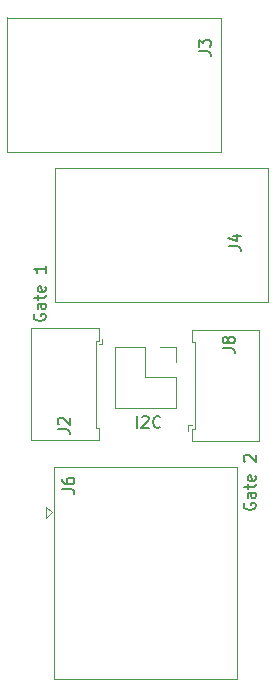
<source format=gto>
G04 #@! TF.GenerationSoftware,KiCad,Pcbnew,(5.1.10)-1*
G04 #@! TF.CreationDate,2021-10-24T19:52:58-07:00*
G04 #@! TF.ProjectId,project,70726f6a-6563-4742-9e6b-696361645f70,rev?*
G04 #@! TF.SameCoordinates,Original*
G04 #@! TF.FileFunction,Legend,Top*
G04 #@! TF.FilePolarity,Positive*
%FSLAX46Y46*%
G04 Gerber Fmt 4.6, Leading zero omitted, Abs format (unit mm)*
G04 Created by KiCad (PCBNEW (5.1.10)-1) date 2021-10-24 19:52:58*
%MOMM*%
%LPD*%
G01*
G04 APERTURE LIST*
%ADD10C,0.120000*%
%ADD11C,0.150000*%
G04 APERTURE END LIST*
D10*
X113475000Y-147820000D02*
X113975000Y-147320000D01*
X113475000Y-146820000D02*
X113475000Y-147820000D01*
X113975000Y-147320000D02*
X113475000Y-146820000D01*
X114160000Y-161400000D02*
X129680000Y-161400000D01*
X129680000Y-143440000D02*
X129680000Y-161400000D01*
X129680000Y-143440000D02*
X114160000Y-143440000D01*
X114160000Y-143440000D02*
X114160000Y-161400000D01*
X119320000Y-133290000D02*
X121920000Y-133290000D01*
X119320000Y-133290000D02*
X119320000Y-138490000D01*
X119320000Y-138490000D02*
X124520000Y-138490000D01*
X124520000Y-135890000D02*
X124520000Y-138490000D01*
X121920000Y-135890000D02*
X124520000Y-135890000D01*
X121920000Y-133290000D02*
X121920000Y-135890000D01*
X124520000Y-133290000D02*
X124520000Y-134620000D01*
X123190000Y-133290000D02*
X124520000Y-133290000D01*
X117990000Y-133100000D02*
X118290000Y-133100000D01*
X118290000Y-133100000D02*
X118290000Y-132600000D01*
X117700000Y-136475000D02*
X117700000Y-132810000D01*
X117700000Y-132810000D02*
X118000000Y-132810000D01*
X118000000Y-132810000D02*
X118000000Y-131740000D01*
X118000000Y-131740000D02*
X112280000Y-131740000D01*
X112280000Y-131740000D02*
X112280000Y-136475000D01*
X117700000Y-136475000D02*
X117700000Y-140140000D01*
X117700000Y-140140000D02*
X118000000Y-140140000D01*
X118000000Y-140140000D02*
X118000000Y-141210000D01*
X118000000Y-141210000D02*
X112280000Y-141210000D01*
X112280000Y-141210000D02*
X112280000Y-136475000D01*
X131560000Y-131840000D02*
X131560000Y-136575000D01*
X125840000Y-131840000D02*
X131560000Y-131840000D01*
X125840000Y-132910000D02*
X125840000Y-131840000D01*
X126140000Y-132910000D02*
X125840000Y-132910000D01*
X126140000Y-136575000D02*
X126140000Y-132910000D01*
X131560000Y-141310000D02*
X131560000Y-136575000D01*
X125840000Y-141310000D02*
X131560000Y-141310000D01*
X125840000Y-140240000D02*
X125840000Y-141310000D01*
X126140000Y-140240000D02*
X125840000Y-140240000D01*
X126140000Y-136575000D02*
X126140000Y-140240000D01*
X125550000Y-139950000D02*
X125550000Y-140450000D01*
X125850000Y-139950000D02*
X125550000Y-139950000D01*
X110230000Y-105420000D02*
X128330000Y-105420000D01*
X110230000Y-116830000D02*
X110230000Y-105410000D01*
X128330000Y-116830000D02*
X110230000Y-116830000D01*
X128330000Y-105420000D02*
X128330000Y-116830000D01*
X114240000Y-129530000D02*
X114240000Y-118120000D01*
X114240000Y-118120000D02*
X132340000Y-118120000D01*
X132340000Y-118120000D02*
X132340000Y-129540000D01*
X132340000Y-129530000D02*
X114240000Y-129530000D01*
D11*
X114895380Y-145367333D02*
X115609666Y-145367333D01*
X115752523Y-145414952D01*
X115847761Y-145510190D01*
X115895380Y-145653047D01*
X115895380Y-145748285D01*
X114895380Y-144462571D02*
X114895380Y-144653047D01*
X114943000Y-144748285D01*
X114990619Y-144795904D01*
X115133476Y-144891142D01*
X115323952Y-144938761D01*
X115704904Y-144938761D01*
X115800142Y-144891142D01*
X115847761Y-144843523D01*
X115895380Y-144748285D01*
X115895380Y-144557809D01*
X115847761Y-144462571D01*
X115800142Y-144414952D01*
X115704904Y-144367333D01*
X115466809Y-144367333D01*
X115371571Y-144414952D01*
X115323952Y-144462571D01*
X115276333Y-144557809D01*
X115276333Y-144748285D01*
X115323952Y-144843523D01*
X115371571Y-144891142D01*
X115466809Y-144938761D01*
X121197809Y-140152380D02*
X121197809Y-139152380D01*
X121626380Y-139247619D02*
X121674000Y-139200000D01*
X121769238Y-139152380D01*
X122007333Y-139152380D01*
X122102571Y-139200000D01*
X122150190Y-139247619D01*
X122197809Y-139342857D01*
X122197809Y-139438095D01*
X122150190Y-139580952D01*
X121578761Y-140152380D01*
X122197809Y-140152380D01*
X123197809Y-140057142D02*
X123150190Y-140104761D01*
X123007333Y-140152380D01*
X122912095Y-140152380D01*
X122769238Y-140104761D01*
X122674000Y-140009523D01*
X122626380Y-139914285D01*
X122578761Y-139723809D01*
X122578761Y-139580952D01*
X122626380Y-139390476D01*
X122674000Y-139295238D01*
X122769238Y-139200000D01*
X122912095Y-139152380D01*
X123007333Y-139152380D01*
X123150190Y-139200000D01*
X123197809Y-139247619D01*
X114514380Y-140287333D02*
X115228666Y-140287333D01*
X115371523Y-140334952D01*
X115466761Y-140430190D01*
X115514380Y-140573047D01*
X115514380Y-140668285D01*
X114609619Y-139858761D02*
X114562000Y-139811142D01*
X114514380Y-139715904D01*
X114514380Y-139477809D01*
X114562000Y-139382571D01*
X114609619Y-139334952D01*
X114704857Y-139287333D01*
X114800095Y-139287333D01*
X114942952Y-139334952D01*
X115514380Y-139906380D01*
X115514380Y-139287333D01*
X112530000Y-130539904D02*
X112482380Y-130635142D01*
X112482380Y-130778000D01*
X112530000Y-130920857D01*
X112625238Y-131016095D01*
X112720476Y-131063714D01*
X112910952Y-131111333D01*
X113053809Y-131111333D01*
X113244285Y-131063714D01*
X113339523Y-131016095D01*
X113434761Y-130920857D01*
X113482380Y-130778000D01*
X113482380Y-130682761D01*
X113434761Y-130539904D01*
X113387142Y-130492285D01*
X113053809Y-130492285D01*
X113053809Y-130682761D01*
X113482380Y-129635142D02*
X112958571Y-129635142D01*
X112863333Y-129682761D01*
X112815714Y-129778000D01*
X112815714Y-129968476D01*
X112863333Y-130063714D01*
X113434761Y-129635142D02*
X113482380Y-129730380D01*
X113482380Y-129968476D01*
X113434761Y-130063714D01*
X113339523Y-130111333D01*
X113244285Y-130111333D01*
X113149047Y-130063714D01*
X113101428Y-129968476D01*
X113101428Y-129730380D01*
X113053809Y-129635142D01*
X112815714Y-129301809D02*
X112815714Y-128920857D01*
X112482380Y-129158952D02*
X113339523Y-129158952D01*
X113434761Y-129111333D01*
X113482380Y-129016095D01*
X113482380Y-128920857D01*
X113434761Y-128206571D02*
X113482380Y-128301809D01*
X113482380Y-128492285D01*
X113434761Y-128587523D01*
X113339523Y-128635142D01*
X112958571Y-128635142D01*
X112863333Y-128587523D01*
X112815714Y-128492285D01*
X112815714Y-128301809D01*
X112863333Y-128206571D01*
X112958571Y-128158952D01*
X113053809Y-128158952D01*
X113149047Y-128635142D01*
X113482380Y-126444666D02*
X113482380Y-127016095D01*
X113482380Y-126730380D02*
X112482380Y-126730380D01*
X112625238Y-126825619D01*
X112720476Y-126920857D01*
X112768095Y-127016095D01*
X128484380Y-133429333D02*
X129198666Y-133429333D01*
X129341523Y-133476952D01*
X129436761Y-133572190D01*
X129484380Y-133715047D01*
X129484380Y-133810285D01*
X128912952Y-132810285D02*
X128865333Y-132905523D01*
X128817714Y-132953142D01*
X128722476Y-133000761D01*
X128674857Y-133000761D01*
X128579619Y-132953142D01*
X128532000Y-132905523D01*
X128484380Y-132810285D01*
X128484380Y-132619809D01*
X128532000Y-132524571D01*
X128579619Y-132476952D01*
X128674857Y-132429333D01*
X128722476Y-132429333D01*
X128817714Y-132476952D01*
X128865333Y-132524571D01*
X128912952Y-132619809D01*
X128912952Y-132810285D01*
X128960571Y-132905523D01*
X129008190Y-132953142D01*
X129103428Y-133000761D01*
X129293904Y-133000761D01*
X129389142Y-132953142D01*
X129436761Y-132905523D01*
X129484380Y-132810285D01*
X129484380Y-132619809D01*
X129436761Y-132524571D01*
X129389142Y-132476952D01*
X129293904Y-132429333D01*
X129103428Y-132429333D01*
X129008190Y-132476952D01*
X128960571Y-132524571D01*
X128912952Y-132619809D01*
X130310000Y-146541904D02*
X130262380Y-146637142D01*
X130262380Y-146780000D01*
X130310000Y-146922857D01*
X130405238Y-147018095D01*
X130500476Y-147065714D01*
X130690952Y-147113333D01*
X130833809Y-147113333D01*
X131024285Y-147065714D01*
X131119523Y-147018095D01*
X131214761Y-146922857D01*
X131262380Y-146780000D01*
X131262380Y-146684761D01*
X131214761Y-146541904D01*
X131167142Y-146494285D01*
X130833809Y-146494285D01*
X130833809Y-146684761D01*
X131262380Y-145637142D02*
X130738571Y-145637142D01*
X130643333Y-145684761D01*
X130595714Y-145780000D01*
X130595714Y-145970476D01*
X130643333Y-146065714D01*
X131214761Y-145637142D02*
X131262380Y-145732380D01*
X131262380Y-145970476D01*
X131214761Y-146065714D01*
X131119523Y-146113333D01*
X131024285Y-146113333D01*
X130929047Y-146065714D01*
X130881428Y-145970476D01*
X130881428Y-145732380D01*
X130833809Y-145637142D01*
X130595714Y-145303809D02*
X130595714Y-144922857D01*
X130262380Y-145160952D02*
X131119523Y-145160952D01*
X131214761Y-145113333D01*
X131262380Y-145018095D01*
X131262380Y-144922857D01*
X131214761Y-144208571D02*
X131262380Y-144303809D01*
X131262380Y-144494285D01*
X131214761Y-144589523D01*
X131119523Y-144637142D01*
X130738571Y-144637142D01*
X130643333Y-144589523D01*
X130595714Y-144494285D01*
X130595714Y-144303809D01*
X130643333Y-144208571D01*
X130738571Y-144160952D01*
X130833809Y-144160952D01*
X130929047Y-144637142D01*
X130357619Y-143018095D02*
X130310000Y-142970476D01*
X130262380Y-142875238D01*
X130262380Y-142637142D01*
X130310000Y-142541904D01*
X130357619Y-142494285D01*
X130452857Y-142446666D01*
X130548095Y-142446666D01*
X130690952Y-142494285D01*
X131262380Y-143065714D01*
X131262380Y-142446666D01*
X126452380Y-108283333D02*
X127166666Y-108283333D01*
X127309523Y-108330952D01*
X127404761Y-108426190D01*
X127452380Y-108569047D01*
X127452380Y-108664285D01*
X126452380Y-107902380D02*
X126452380Y-107283333D01*
X126833333Y-107616666D01*
X126833333Y-107473809D01*
X126880952Y-107378571D01*
X126928571Y-107330952D01*
X127023809Y-107283333D01*
X127261904Y-107283333D01*
X127357142Y-107330952D01*
X127404761Y-107378571D01*
X127452380Y-107473809D01*
X127452380Y-107759523D01*
X127404761Y-107854761D01*
X127357142Y-107902380D01*
X128992380Y-124793333D02*
X129706666Y-124793333D01*
X129849523Y-124840952D01*
X129944761Y-124936190D01*
X129992380Y-125079047D01*
X129992380Y-125174285D01*
X129325714Y-123888571D02*
X129992380Y-123888571D01*
X128944761Y-124126666D02*
X129659047Y-124364761D01*
X129659047Y-123745714D01*
M02*

</source>
